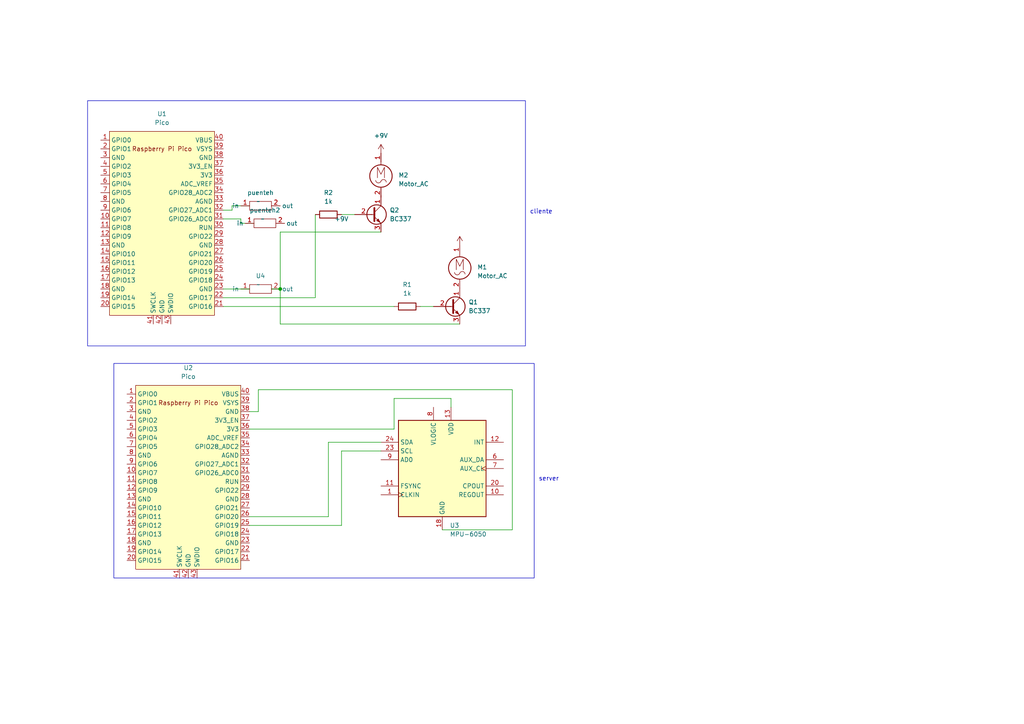
<source format=kicad_sch>
(kicad_sch (version 20230121) (generator eeschema)

  (uuid b9a0b644-a4bd-4be6-9e63-ff291ef92210)

  (paper "A4")

  (lib_symbols
    (symbol "Device:R" (pin_numbers hide) (pin_names (offset 0)) (in_bom yes) (on_board yes)
      (property "Reference" "R" (at 2.032 0 90)
        (effects (font (size 1.27 1.27)))
      )
      (property "Value" "R" (at 0 0 90)
        (effects (font (size 1.27 1.27)))
      )
      (property "Footprint" "" (at -1.778 0 90)
        (effects (font (size 1.27 1.27)) hide)
      )
      (property "Datasheet" "~" (at 0 0 0)
        (effects (font (size 1.27 1.27)) hide)
      )
      (property "ki_keywords" "R res resistor" (at 0 0 0)
        (effects (font (size 1.27 1.27)) hide)
      )
      (property "ki_description" "Resistor" (at 0 0 0)
        (effects (font (size 1.27 1.27)) hide)
      )
      (property "ki_fp_filters" "R_*" (at 0 0 0)
        (effects (font (size 1.27 1.27)) hide)
      )
      (symbol "R_0_1"
        (rectangle (start -1.016 -2.54) (end 1.016 2.54)
          (stroke (width 0.254) (type default))
          (fill (type none))
        )
      )
      (symbol "R_1_1"
        (pin passive line (at 0 3.81 270) (length 1.27)
          (name "~" (effects (font (size 1.27 1.27))))
          (number "1" (effects (font (size 1.27 1.27))))
        )
        (pin passive line (at 0 -3.81 90) (length 1.27)
          (name "~" (effects (font (size 1.27 1.27))))
          (number "2" (effects (font (size 1.27 1.27))))
        )
      )
    )
    (symbol "MCU_RaspberryPi_and_Boards:Pico" (in_bom yes) (on_board yes)
      (property "Reference" "U" (at -13.97 27.94 0)
        (effects (font (size 1.27 1.27)))
      )
      (property "Value" "Pico" (at 0 19.05 0)
        (effects (font (size 1.27 1.27)))
      )
      (property "Footprint" "RPi_Pico:RPi_Pico_SMD_TH" (at 0 0 90)
        (effects (font (size 1.27 1.27)) hide)
      )
      (property "Datasheet" "" (at 0 0 0)
        (effects (font (size 1.27 1.27)) hide)
      )
      (symbol "Pico_0_0"
        (text "Raspberry Pi Pico" (at 0 21.59 0)
          (effects (font (size 1.27 1.27)))
        )
      )
      (symbol "Pico_0_1"
        (rectangle (start -15.24 26.67) (end 15.24 -26.67)
          (stroke (width 0) (type default))
          (fill (type background))
        )
      )
      (symbol "Pico_1_1"
        (pin bidirectional line (at -17.78 24.13 0) (length 2.54)
          (name "GPIO0" (effects (font (size 1.27 1.27))))
          (number "1" (effects (font (size 1.27 1.27))))
        )
        (pin bidirectional line (at -17.78 1.27 0) (length 2.54)
          (name "GPIO7" (effects (font (size 1.27 1.27))))
          (number "10" (effects (font (size 1.27 1.27))))
        )
        (pin bidirectional line (at -17.78 -1.27 0) (length 2.54)
          (name "GPIO8" (effects (font (size 1.27 1.27))))
          (number "11" (effects (font (size 1.27 1.27))))
        )
        (pin bidirectional line (at -17.78 -3.81 0) (length 2.54)
          (name "GPIO9" (effects (font (size 1.27 1.27))))
          (number "12" (effects (font (size 1.27 1.27))))
        )
        (pin power_in line (at -17.78 -6.35 0) (length 2.54)
          (name "GND" (effects (font (size 1.27 1.27))))
          (number "13" (effects (font (size 1.27 1.27))))
        )
        (pin bidirectional line (at -17.78 -8.89 0) (length 2.54)
          (name "GPIO10" (effects (font (size 1.27 1.27))))
          (number "14" (effects (font (size 1.27 1.27))))
        )
        (pin bidirectional line (at -17.78 -11.43 0) (length 2.54)
          (name "GPIO11" (effects (font (size 1.27 1.27))))
          (number "15" (effects (font (size 1.27 1.27))))
        )
        (pin bidirectional line (at -17.78 -13.97 0) (length 2.54)
          (name "GPIO12" (effects (font (size 1.27 1.27))))
          (number "16" (effects (font (size 1.27 1.27))))
        )
        (pin bidirectional line (at -17.78 -16.51 0) (length 2.54)
          (name "GPIO13" (effects (font (size 1.27 1.27))))
          (number "17" (effects (font (size 1.27 1.27))))
        )
        (pin power_in line (at -17.78 -19.05 0) (length 2.54)
          (name "GND" (effects (font (size 1.27 1.27))))
          (number "18" (effects (font (size 1.27 1.27))))
        )
        (pin bidirectional line (at -17.78 -21.59 0) (length 2.54)
          (name "GPIO14" (effects (font (size 1.27 1.27))))
          (number "19" (effects (font (size 1.27 1.27))))
        )
        (pin bidirectional line (at -17.78 21.59 0) (length 2.54)
          (name "GPIO1" (effects (font (size 1.27 1.27))))
          (number "2" (effects (font (size 1.27 1.27))))
        )
        (pin bidirectional line (at -17.78 -24.13 0) (length 2.54)
          (name "GPIO15" (effects (font (size 1.27 1.27))))
          (number "20" (effects (font (size 1.27 1.27))))
        )
        (pin bidirectional line (at 17.78 -24.13 180) (length 2.54)
          (name "GPIO16" (effects (font (size 1.27 1.27))))
          (number "21" (effects (font (size 1.27 1.27))))
        )
        (pin bidirectional line (at 17.78 -21.59 180) (length 2.54)
          (name "GPIO17" (effects (font (size 1.27 1.27))))
          (number "22" (effects (font (size 1.27 1.27))))
        )
        (pin power_in line (at 17.78 -19.05 180) (length 2.54)
          (name "GND" (effects (font (size 1.27 1.27))))
          (number "23" (effects (font (size 1.27 1.27))))
        )
        (pin bidirectional line (at 17.78 -16.51 180) (length 2.54)
          (name "GPIO18" (effects (font (size 1.27 1.27))))
          (number "24" (effects (font (size 1.27 1.27))))
        )
        (pin bidirectional line (at 17.78 -13.97 180) (length 2.54)
          (name "GPIO19" (effects (font (size 1.27 1.27))))
          (number "25" (effects (font (size 1.27 1.27))))
        )
        (pin bidirectional line (at 17.78 -11.43 180) (length 2.54)
          (name "GPIO20" (effects (font (size 1.27 1.27))))
          (number "26" (effects (font (size 1.27 1.27))))
        )
        (pin bidirectional line (at 17.78 -8.89 180) (length 2.54)
          (name "GPIO21" (effects (font (size 1.27 1.27))))
          (number "27" (effects (font (size 1.27 1.27))))
        )
        (pin power_in line (at 17.78 -6.35 180) (length 2.54)
          (name "GND" (effects (font (size 1.27 1.27))))
          (number "28" (effects (font (size 1.27 1.27))))
        )
        (pin bidirectional line (at 17.78 -3.81 180) (length 2.54)
          (name "GPIO22" (effects (font (size 1.27 1.27))))
          (number "29" (effects (font (size 1.27 1.27))))
        )
        (pin power_in line (at -17.78 19.05 0) (length 2.54)
          (name "GND" (effects (font (size 1.27 1.27))))
          (number "3" (effects (font (size 1.27 1.27))))
        )
        (pin input line (at 17.78 -1.27 180) (length 2.54)
          (name "RUN" (effects (font (size 1.27 1.27))))
          (number "30" (effects (font (size 1.27 1.27))))
        )
        (pin bidirectional line (at 17.78 1.27 180) (length 2.54)
          (name "GPIO26_ADC0" (effects (font (size 1.27 1.27))))
          (number "31" (effects (font (size 1.27 1.27))))
        )
        (pin bidirectional line (at 17.78 3.81 180) (length 2.54)
          (name "GPIO27_ADC1" (effects (font (size 1.27 1.27))))
          (number "32" (effects (font (size 1.27 1.27))))
        )
        (pin power_in line (at 17.78 6.35 180) (length 2.54)
          (name "AGND" (effects (font (size 1.27 1.27))))
          (number "33" (effects (font (size 1.27 1.27))))
        )
        (pin bidirectional line (at 17.78 8.89 180) (length 2.54)
          (name "GPIO28_ADC2" (effects (font (size 1.27 1.27))))
          (number "34" (effects (font (size 1.27 1.27))))
        )
        (pin power_in line (at 17.78 11.43 180) (length 2.54)
          (name "ADC_VREF" (effects (font (size 1.27 1.27))))
          (number "35" (effects (font (size 1.27 1.27))))
        )
        (pin power_in line (at 17.78 13.97 180) (length 2.54)
          (name "3V3" (effects (font (size 1.27 1.27))))
          (number "36" (effects (font (size 1.27 1.27))))
        )
        (pin input line (at 17.78 16.51 180) (length 2.54)
          (name "3V3_EN" (effects (font (size 1.27 1.27))))
          (number "37" (effects (font (size 1.27 1.27))))
        )
        (pin bidirectional line (at 17.78 19.05 180) (length 2.54)
          (name "GND" (effects (font (size 1.27 1.27))))
          (number "38" (effects (font (size 1.27 1.27))))
        )
        (pin power_in line (at 17.78 21.59 180) (length 2.54)
          (name "VSYS" (effects (font (size 1.27 1.27))))
          (number "39" (effects (font (size 1.27 1.27))))
        )
        (pin bidirectional line (at -17.78 16.51 0) (length 2.54)
          (name "GPIO2" (effects (font (size 1.27 1.27))))
          (number "4" (effects (font (size 1.27 1.27))))
        )
        (pin power_in line (at 17.78 24.13 180) (length 2.54)
          (name "VBUS" (effects (font (size 1.27 1.27))))
          (number "40" (effects (font (size 1.27 1.27))))
        )
        (pin input line (at -2.54 -29.21 90) (length 2.54)
          (name "SWCLK" (effects (font (size 1.27 1.27))))
          (number "41" (effects (font (size 1.27 1.27))))
        )
        (pin power_in line (at 0 -29.21 90) (length 2.54)
          (name "GND" (effects (font (size 1.27 1.27))))
          (number "42" (effects (font (size 1.27 1.27))))
        )
        (pin bidirectional line (at 2.54 -29.21 90) (length 2.54)
          (name "SWDIO" (effects (font (size 1.27 1.27))))
          (number "43" (effects (font (size 1.27 1.27))))
        )
        (pin bidirectional line (at -17.78 13.97 0) (length 2.54)
          (name "GPIO3" (effects (font (size 1.27 1.27))))
          (number "5" (effects (font (size 1.27 1.27))))
        )
        (pin bidirectional line (at -17.78 11.43 0) (length 2.54)
          (name "GPIO4" (effects (font (size 1.27 1.27))))
          (number "6" (effects (font (size 1.27 1.27))))
        )
        (pin bidirectional line (at -17.78 8.89 0) (length 2.54)
          (name "GPIO5" (effects (font (size 1.27 1.27))))
          (number "7" (effects (font (size 1.27 1.27))))
        )
        (pin power_in line (at -17.78 6.35 0) (length 2.54)
          (name "GND" (effects (font (size 1.27 1.27))))
          (number "8" (effects (font (size 1.27 1.27))))
        )
        (pin bidirectional line (at -17.78 3.81 0) (length 2.54)
          (name "GPIO6" (effects (font (size 1.27 1.27))))
          (number "9" (effects (font (size 1.27 1.27))))
        )
      )
    )
    (symbol "Motor:Motor_AC" (pin_names (offset 0)) (in_bom yes) (on_board yes)
      (property "Reference" "M" (at 2.54 2.54 0)
        (effects (font (size 1.27 1.27)) (justify left))
      )
      (property "Value" "Motor_AC" (at 2.54 -5.08 0)
        (effects (font (size 1.27 1.27)) (justify left top))
      )
      (property "Footprint" "" (at 0 -2.286 0)
        (effects (font (size 1.27 1.27)) hide)
      )
      (property "Datasheet" "~" (at 0 -2.286 0)
        (effects (font (size 1.27 1.27)) hide)
      )
      (property "ki_keywords" "AC Motor" (at 0 0 0)
        (effects (font (size 1.27 1.27)) hide)
      )
      (property "ki_description" "AC Motor" (at 0 0 0)
        (effects (font (size 1.27 1.27)) hide)
      )
      (property "ki_fp_filters" "PinHeader*P2.54mm* TerminalBlock*" (at 0 0 0)
        (effects (font (size 1.27 1.27)) hide)
      )
      (symbol "Motor_AC_0_0"
        (arc (start -1.524 -2.794) (mid -0.8654 -3.5217) (end 0 -3.048)
          (stroke (width 0) (type default))
          (fill (type none))
        )
        (polyline
          (pts
            (xy -1.016 -2.032)
            (xy -1.016 1.016)
            (xy 0 -1.016)
            (xy 1.016 1.016)
            (xy 1.016 -2.032)
          )
          (stroke (width 0) (type default))
          (fill (type none))
        )
        (arc (start 1.524 -3.302) (mid 0.85 -2.5503) (end 0 -3.048)
          (stroke (width 0) (type default))
          (fill (type none))
        )
      )
      (symbol "Motor_AC_0_1"
        (circle (center 0 -1.524) (radius 3.2512)
          (stroke (width 0.254) (type default))
          (fill (type none))
        )
        (polyline
          (pts
            (xy 0 -7.62)
            (xy 0 -7.112)
          )
          (stroke (width 0) (type default))
          (fill (type none))
        )
        (polyline
          (pts
            (xy 0 -4.7752)
            (xy 0 -5.1816)
          )
          (stroke (width 0) (type default))
          (fill (type none))
        )
        (polyline
          (pts
            (xy 0 1.7272)
            (xy 0 2.0828)
          )
          (stroke (width 0) (type default))
          (fill (type none))
        )
        (polyline
          (pts
            (xy 0 2.032)
            (xy 0 2.54)
          )
          (stroke (width 0) (type default))
          (fill (type none))
        )
      )
      (symbol "Motor_AC_1_1"
        (pin passive line (at 0 5.08 270) (length 2.54)
          (name "~" (effects (font (size 1.27 1.27))))
          (number "1" (effects (font (size 1.27 1.27))))
        )
        (pin passive line (at 0 -7.62 90) (length 2.54)
          (name "~" (effects (font (size 1.27 1.27))))
          (number "2" (effects (font (size 1.27 1.27))))
        )
      )
    )
    (symbol "Sensor_Motion:MPU-6050" (in_bom yes) (on_board yes)
      (property "Reference" "U" (at -11.43 13.97 0)
        (effects (font (size 1.27 1.27)))
      )
      (property "Value" "MPU-6050" (at 7.62 -15.24 0)
        (effects (font (size 1.27 1.27)))
      )
      (property "Footprint" "Sensor_Motion:InvenSense_QFN-24_4x4mm_P0.5mm" (at 0 -20.32 0)
        (effects (font (size 1.27 1.27)) hide)
      )
      (property "Datasheet" "https://invensense.tdk.com/wp-content/uploads/2015/02/MPU-6000-Datasheet1.pdf" (at 0 -3.81 0)
        (effects (font (size 1.27 1.27)) hide)
      )
      (property "ki_keywords" "mems" (at 0 0 0)
        (effects (font (size 1.27 1.27)) hide)
      )
      (property "ki_description" "InvenSense 6-Axis Motion Sensor, Gyroscope, Accelerometer, I2C" (at 0 0 0)
        (effects (font (size 1.27 1.27)) hide)
      )
      (property "ki_fp_filters" "*QFN*4x4mm*P0.5mm*" (at 0 0 0)
        (effects (font (size 1.27 1.27)) hide)
      )
      (symbol "MPU-6050_0_0"
        (text "" (at 12.7 -2.54 0)
          (effects (font (size 1.27 1.27)))
        )
      )
      (symbol "MPU-6050_0_1"
        (rectangle (start -12.7 13.97) (end 12.7 -13.97)
          (stroke (width 0.254) (type default))
          (fill (type background))
        )
      )
      (symbol "MPU-6050_1_1"
        (pin input clock (at -17.78 -7.62 0) (length 5.08)
          (name "CLKIN" (effects (font (size 1.27 1.27))))
          (number "1" (effects (font (size 1.27 1.27))))
        )
        (pin passive line (at 17.78 -7.62 180) (length 5.08)
          (name "REGOUT" (effects (font (size 1.27 1.27))))
          (number "10" (effects (font (size 1.27 1.27))))
        )
        (pin input line (at -17.78 -5.08 0) (length 5.08)
          (name "FSYNC" (effects (font (size 1.27 1.27))))
          (number "11" (effects (font (size 1.27 1.27))))
        )
        (pin output line (at 17.78 7.62 180) (length 5.08)
          (name "INT" (effects (font (size 1.27 1.27))))
          (number "12" (effects (font (size 1.27 1.27))))
        )
        (pin power_in line (at 2.54 17.78 270) (length 3.81)
          (name "VDD" (effects (font (size 1.27 1.27))))
          (number "13" (effects (font (size 1.27 1.27))))
        )
        (pin no_connect line (at -12.7 -10.16 0) (length 2.54) hide
          (name "NC" (effects (font (size 1.27 1.27))))
          (number "14" (effects (font (size 1.27 1.27))))
        )
        (pin no_connect line (at 12.7 12.7 180) (length 2.54) hide
          (name "NC" (effects (font (size 1.27 1.27))))
          (number "15" (effects (font (size 1.27 1.27))))
        )
        (pin no_connect line (at 12.7 10.16 180) (length 2.54) hide
          (name "NC" (effects (font (size 1.27 1.27))))
          (number "16" (effects (font (size 1.27 1.27))))
        )
        (pin no_connect line (at 12.7 5.08 180) (length 2.54) hide
          (name "NC" (effects (font (size 1.27 1.27))))
          (number "17" (effects (font (size 1.27 1.27))))
        )
        (pin power_in line (at 0 -17.78 90) (length 3.81)
          (name "GND" (effects (font (size 1.27 1.27))))
          (number "18" (effects (font (size 1.27 1.27))))
        )
        (pin no_connect line (at 12.7 -10.16 180) (length 2.54) hide
          (name "RESV" (effects (font (size 1.27 1.27))))
          (number "19" (effects (font (size 1.27 1.27))))
        )
        (pin no_connect line (at -12.7 12.7 0) (length 2.54) hide
          (name "NC" (effects (font (size 1.27 1.27))))
          (number "2" (effects (font (size 1.27 1.27))))
        )
        (pin passive line (at 17.78 -5.08 180) (length 5.08)
          (name "CPOUT" (effects (font (size 1.27 1.27))))
          (number "20" (effects (font (size 1.27 1.27))))
        )
        (pin no_connect line (at 12.7 -2.54 180) (length 2.54) hide
          (name "RESV" (effects (font (size 1.27 1.27))))
          (number "21" (effects (font (size 1.27 1.27))))
        )
        (pin no_connect line (at 12.7 -12.7 180) (length 2.54) hide
          (name "RESV" (effects (font (size 1.27 1.27))))
          (number "22" (effects (font (size 1.27 1.27))))
        )
        (pin input line (at -17.78 5.08 0) (length 5.08)
          (name "SCL" (effects (font (size 1.27 1.27))))
          (number "23" (effects (font (size 1.27 1.27))))
        )
        (pin bidirectional line (at -17.78 7.62 0) (length 5.08)
          (name "SDA" (effects (font (size 1.27 1.27))))
          (number "24" (effects (font (size 1.27 1.27))))
        )
        (pin no_connect line (at -12.7 10.16 0) (length 2.54) hide
          (name "NC" (effects (font (size 1.27 1.27))))
          (number "3" (effects (font (size 1.27 1.27))))
        )
        (pin no_connect line (at -12.7 0 0) (length 2.54) hide
          (name "NC" (effects (font (size 1.27 1.27))))
          (number "4" (effects (font (size 1.27 1.27))))
        )
        (pin no_connect line (at -12.7 -2.54 0) (length 2.54) hide
          (name "NC" (effects (font (size 1.27 1.27))))
          (number "5" (effects (font (size 1.27 1.27))))
        )
        (pin bidirectional line (at 17.78 2.54 180) (length 5.08)
          (name "AUX_DA" (effects (font (size 1.27 1.27))))
          (number "6" (effects (font (size 1.27 1.27))))
        )
        (pin output clock (at 17.78 0 180) (length 5.08)
          (name "AUX_CL" (effects (font (size 1.27 1.27))))
          (number "7" (effects (font (size 1.27 1.27))))
        )
        (pin power_in line (at -2.54 17.78 270) (length 3.81)
          (name "VLOGIC" (effects (font (size 1.27 1.27))))
          (number "8" (effects (font (size 1.27 1.27))))
        )
        (pin input line (at -17.78 2.54 0) (length 5.08)
          (name "AD0" (effects (font (size 1.27 1.27))))
          (number "9" (effects (font (size 1.27 1.27))))
        )
      )
    )
    (symbol "Transistor_BJT:BC337" (pin_names (offset 0) hide) (in_bom yes) (on_board yes)
      (property "Reference" "Q" (at 5.08 1.905 0)
        (effects (font (size 1.27 1.27)) (justify left))
      )
      (property "Value" "BC337" (at 5.08 0 0)
        (effects (font (size 1.27 1.27)) (justify left))
      )
      (property "Footprint" "Package_TO_SOT_THT:TO-92_Inline" (at 5.08 -1.905 0)
        (effects (font (size 1.27 1.27) italic) (justify left) hide)
      )
      (property "Datasheet" "https://diotec.com/tl_files/diotec/files/pdf/datasheets/bc337.pdf" (at 0 0 0)
        (effects (font (size 1.27 1.27)) (justify left) hide)
      )
      (property "ki_keywords" "NPN Transistor" (at 0 0 0)
        (effects (font (size 1.27 1.27)) hide)
      )
      (property "ki_description" "0.8A Ic, 45V Vce, NPN Transistor, TO-92" (at 0 0 0)
        (effects (font (size 1.27 1.27)) hide)
      )
      (property "ki_fp_filters" "TO?92*" (at 0 0 0)
        (effects (font (size 1.27 1.27)) hide)
      )
      (symbol "BC337_0_1"
        (polyline
          (pts
            (xy 0 0)
            (xy 0.635 0)
          )
          (stroke (width 0) (type default))
          (fill (type none))
        )
        (polyline
          (pts
            (xy 0.635 0.635)
            (xy 2.54 2.54)
          )
          (stroke (width 0) (type default))
          (fill (type none))
        )
        (polyline
          (pts
            (xy 0.635 -0.635)
            (xy 2.54 -2.54)
            (xy 2.54 -2.54)
          )
          (stroke (width 0) (type default))
          (fill (type none))
        )
        (polyline
          (pts
            (xy 0.635 1.905)
            (xy 0.635 -1.905)
            (xy 0.635 -1.905)
          )
          (stroke (width 0.508) (type default))
          (fill (type none))
        )
        (polyline
          (pts
            (xy 1.27 -1.778)
            (xy 1.778 -1.27)
            (xy 2.286 -2.286)
            (xy 1.27 -1.778)
            (xy 1.27 -1.778)
          )
          (stroke (width 0) (type default))
          (fill (type outline))
        )
        (circle (center 1.27 0) (radius 2.8194)
          (stroke (width 0.254) (type default))
          (fill (type none))
        )
      )
      (symbol "BC337_1_1"
        (pin passive line (at 2.54 5.08 270) (length 2.54)
          (name "C" (effects (font (size 1.27 1.27))))
          (number "1" (effects (font (size 1.27 1.27))))
        )
        (pin input line (at -5.08 0 0) (length 5.08)
          (name "B" (effects (font (size 1.27 1.27))))
          (number "2" (effects (font (size 1.27 1.27))))
        )
        (pin passive line (at 2.54 -5.08 90) (length 2.54)
          (name "E" (effects (font (size 1.27 1.27))))
          (number "3" (effects (font (size 1.27 1.27))))
        )
      )
    )
    (symbol "perso:punto_de_conexion" (in_bom yes) (on_board yes)
      (property "Reference" "U" (at 0 2.54 0)
        (effects (font (size 1.27 1.27)))
      )
      (property "Value" "" (at 0 1.27 0)
        (effects (font (size 1.27 1.27)))
      )
      (property "Footprint" "" (at 0 1.27 0)
        (effects (font (size 1.27 1.27)) hide)
      )
      (property "Datasheet" "" (at 0 1.27 0)
        (effects (font (size 1.27 1.27)) hide)
      )
      (symbol "punto_de_conexion_0_1"
        (rectangle (start -2.54 1.27) (end 3.81 -1.27)
          (stroke (width 0) (type default))
          (fill (type none))
        )
      )
      (symbol "punto_de_conexion_1_1"
        (pin input line (at -2.54 0 180) (length 2.54)
          (name "in" (effects (font (size 1.27 1.27))))
          (number "1" (effects (font (size 1.27 1.27))))
        )
        (pin output line (at 3.81 0 0) (length 2.54)
          (name "out" (effects (font (size 1.27 1.27))))
          (number "2" (effects (font (size 1.27 1.27))))
        )
      )
    )
    (symbol "power:+9V" (power) (pin_names (offset 0)) (in_bom yes) (on_board yes)
      (property "Reference" "#PWR" (at 0 -3.81 0)
        (effects (font (size 1.27 1.27)) hide)
      )
      (property "Value" "+9V" (at 0 3.556 0)
        (effects (font (size 1.27 1.27)))
      )
      (property "Footprint" "" (at 0 0 0)
        (effects (font (size 1.27 1.27)) hide)
      )
      (property "Datasheet" "" (at 0 0 0)
        (effects (font (size 1.27 1.27)) hide)
      )
      (property "ki_keywords" "global power" (at 0 0 0)
        (effects (font (size 1.27 1.27)) hide)
      )
      (property "ki_description" "Power symbol creates a global label with name \"+9V\"" (at 0 0 0)
        (effects (font (size 1.27 1.27)) hide)
      )
      (symbol "+9V_0_1"
        (polyline
          (pts
            (xy -0.762 1.27)
            (xy 0 2.54)
          )
          (stroke (width 0) (type default))
          (fill (type none))
        )
        (polyline
          (pts
            (xy 0 0)
            (xy 0 2.54)
          )
          (stroke (width 0) (type default))
          (fill (type none))
        )
        (polyline
          (pts
            (xy 0 2.54)
            (xy 0.762 1.27)
          )
          (stroke (width 0) (type default))
          (fill (type none))
        )
      )
      (symbol "+9V_1_1"
        (pin power_in line (at 0 0 90) (length 0) hide
          (name "+9V" (effects (font (size 1.27 1.27))))
          (number "1" (effects (font (size 1.27 1.27))))
        )
      )
    )
  )

  (junction (at 81.28 83.82) (diameter 0) (color 0 0 0 0)
    (uuid 07c51d63-be0f-440a-bf78-c74f930a2e4c)
  )

  (wire (pts (xy 95.25 149.86) (xy 95.25 128.27))
    (stroke (width 0) (type default))
    (uuid 0c4332ec-afca-4a70-8653-c2c2f6bf20f7)
  )
  (wire (pts (xy 67.31 59.69) (xy 72.39 59.69))
    (stroke (width 0) (type default))
    (uuid 0c62d96c-9ad1-4d5f-8e6d-c719b1425f37)
  )
  (wire (pts (xy 69.85 63.5) (xy 69.85 64.77))
    (stroke (width 0) (type default))
    (uuid 106b75ef-3a27-480a-9bc7-ac5ec4f63d79)
  )
  (wire (pts (xy 64.77 88.9) (xy 114.3 88.9))
    (stroke (width 0) (type default))
    (uuid 1179e390-ed8c-4eec-985f-df6c20143b36)
  )
  (wire (pts (xy 128.27 153.67) (xy 148.59 153.67))
    (stroke (width 0) (type default))
    (uuid 1c794efe-0914-452d-ab2f-06c73236ea06)
  )
  (wire (pts (xy 81.28 83.82) (xy 78.74 83.82))
    (stroke (width 0) (type default))
    (uuid 226c5914-cbbe-4392-93a9-cd7afb35e241)
  )
  (wire (pts (xy 121.92 88.9) (xy 125.73 88.9))
    (stroke (width 0) (type default))
    (uuid 2fa48f08-0fbe-4029-a3db-19e31ff089f9)
  )
  (wire (pts (xy 64.77 63.5) (xy 69.85 63.5))
    (stroke (width 0) (type default))
    (uuid 2ff65f8e-df0e-42bb-a23d-9e45fcf68634)
  )
  (wire (pts (xy 64.77 60.96) (xy 67.31 60.96))
    (stroke (width 0) (type default))
    (uuid 410418fa-d06a-4587-a588-6fa5319f0105)
  )
  (wire (pts (xy 99.06 130.81) (xy 110.49 130.81))
    (stroke (width 0) (type default))
    (uuid 4109ab1c-8555-4457-9ee6-d4218fa152e5)
  )
  (wire (pts (xy 99.06 62.23) (xy 102.87 62.23))
    (stroke (width 0) (type default))
    (uuid 4a5f0a9b-555e-4b0c-88c2-aa75af089ad7)
  )
  (wire (pts (xy 64.77 83.82) (xy 72.39 83.82))
    (stroke (width 0) (type default))
    (uuid 5107c236-51f8-42fd-b078-992dcd9bffe7)
  )
  (wire (pts (xy 81.28 93.98) (xy 133.35 93.98))
    (stroke (width 0) (type default))
    (uuid 5770256b-ab8d-4c60-97cd-b690e314ae8e)
  )
  (wire (pts (xy 114.3 115.57) (xy 130.81 115.57))
    (stroke (width 0) (type default))
    (uuid 600f8969-ad03-4e47-8910-d58ce840f4c8)
  )
  (wire (pts (xy 99.06 152.4) (xy 99.06 130.81))
    (stroke (width 0) (type default))
    (uuid 60b6bd3d-929f-44d3-92f2-fdb6470f20c0)
  )
  (wire (pts (xy 148.59 113.03) (xy 74.93 113.03))
    (stroke (width 0) (type default))
    (uuid 72d868b8-e17a-4719-a4c1-041e830a0112)
  )
  (wire (pts (xy 91.44 86.36) (xy 64.77 86.36))
    (stroke (width 0) (type default))
    (uuid 7b94139d-4169-4639-8355-bbb85ea5acea)
  )
  (wire (pts (xy 69.85 64.77) (xy 73.66 64.77))
    (stroke (width 0) (type default))
    (uuid 8e5c7f87-e5ba-4e53-83e2-c908c5601452)
  )
  (wire (pts (xy 72.39 149.86) (xy 95.25 149.86))
    (stroke (width 0) (type default))
    (uuid 95a085a4-3262-4ad0-8aa6-e72da3755e36)
  )
  (wire (pts (xy 95.25 128.27) (xy 110.49 128.27))
    (stroke (width 0) (type default))
    (uuid 9dc62544-be42-4701-ac89-6b37996760e8)
  )
  (wire (pts (xy 81.28 67.31) (xy 81.28 83.82))
    (stroke (width 0) (type default))
    (uuid 9ec76545-06f8-46ce-91a3-5bb819a6d233)
  )
  (wire (pts (xy 67.31 60.96) (xy 67.31 59.69))
    (stroke (width 0) (type default))
    (uuid 9f70b322-dce0-41ce-b773-2505dbb4ebc8)
  )
  (wire (pts (xy 74.93 113.03) (xy 74.93 119.38))
    (stroke (width 0) (type default))
    (uuid a17329e6-23e1-4677-b765-7be8b35254e8)
  )
  (wire (pts (xy 91.44 62.23) (xy 91.44 86.36))
    (stroke (width 0) (type default))
    (uuid a2201259-4148-4646-bef0-c0d15d7d29ac)
  )
  (wire (pts (xy 110.49 67.31) (xy 81.28 67.31))
    (stroke (width 0) (type default))
    (uuid b65dbb5c-0dda-4ec2-9bbe-c81f6443da95)
  )
  (wire (pts (xy 114.3 124.46) (xy 114.3 115.57))
    (stroke (width 0) (type default))
    (uuid c5b151a0-5724-4a1e-b4d3-e8ed3f767ea3)
  )
  (wire (pts (xy 74.93 119.38) (xy 72.39 119.38))
    (stroke (width 0) (type default))
    (uuid ccd545b1-bdfc-4549-8166-5bd258f82873)
  )
  (wire (pts (xy 72.39 124.46) (xy 114.3 124.46))
    (stroke (width 0) (type default))
    (uuid d62dace0-c9b2-4f5c-a162-7cb2c765b429)
  )
  (wire (pts (xy 148.59 153.67) (xy 148.59 113.03))
    (stroke (width 0) (type default))
    (uuid e24b4552-b8c3-48fb-8ea8-d39e94ec813f)
  )
  (wire (pts (xy 81.28 83.82) (xy 81.28 93.98))
    (stroke (width 0) (type default))
    (uuid e69d226c-749e-4e67-972a-3cd6b5c9a3c3)
  )
  (wire (pts (xy 72.39 152.4) (xy 99.06 152.4))
    (stroke (width 0) (type default))
    (uuid f00777ac-03bd-4ba9-8be2-911ab1e3d47c)
  )
  (wire (pts (xy 130.81 115.57) (xy 130.81 118.11))
    (stroke (width 0) (type default))
    (uuid f0a754d3-0d94-4d6b-b96e-b94c10103406)
  )

  (text_box ""
    (at 33.02 105.41 0) (size 121.92 62.23)
    (stroke (width 0) (type default))
    (fill (type none))
    (effects (font (size 1.27 1.27)) (justify left top))
    (uuid cf63ab65-61b6-40c5-9dac-8a87f1f2c08c)
  )
  (text_box ""
    (at 25.4 29.21 0) (size 127 71.12)
    (stroke (width 0) (type default))
    (fill (type none))
    (effects (font (size 1.27 1.27)) (justify left top))
    (uuid dabb7c21-7be1-48c1-993f-abd70448b514)
  )

  (text "cliente\n" (at 153.67 62.23 0)
    (effects (font (size 1.27 1.27)) (justify left bottom))
    (uuid 55d4c89b-6686-491e-bb24-3a1ffb24656b)
  )
  (text "server\n" (at 156.21 139.7 0)
    (effects (font (size 1.27 1.27)) (justify left bottom))
    (uuid a8a52009-fc9f-4079-afac-4d6c3848376f)
  )

  (symbol (lib_id "Transistor_BJT:BC337") (at 107.95 62.23 0) (unit 1)
    (in_bom yes) (on_board yes) (dnp no) (fields_autoplaced)
    (uuid 125549cb-2999-4ade-b2ad-032df83f313c)
    (property "Reference" "Q2" (at 113.03 60.96 0)
      (effects (font (size 1.27 1.27)) (justify left))
    )
    (property "Value" "BC337" (at 113.03 63.5 0)
      (effects (font (size 1.27 1.27)) (justify left))
    )
    (property "Footprint" "Package_TO_SOT_THT:TO-92_Inline" (at 113.03 64.135 0)
      (effects (font (size 1.27 1.27) italic) (justify left) hide)
    )
    (property "Datasheet" "https://diotec.com/tl_files/diotec/files/pdf/datasheets/bc337.pdf" (at 107.95 62.23 0)
      (effects (font (size 1.27 1.27)) (justify left) hide)
    )
    (pin "2" (uuid 536a6c84-bf5c-4c36-adb0-7b9cc5529e89))
    (pin "3" (uuid ee3e7a5d-6f22-4e50-8271-ded597872be7))
    (pin "1" (uuid 4c53f2c6-a2b9-4470-817c-6280c59cb0eb))
    (instances
      (project "shangai"
        (path "/b9a0b644-a4bd-4be6-9e63-ff291ef92210"
          (reference "Q2") (unit 1)
        )
      )
    )
  )

  (symbol (lib_id "power:+9V") (at 133.35 71.12 0) (unit 1)
    (in_bom yes) (on_board yes) (dnp no)
    (uuid 135c42a6-b0ea-4873-ba50-8e8d4b876b04)
    (property "Reference" "#PWR01" (at 133.35 74.93 0)
      (effects (font (size 1.27 1.27)) hide)
    )
    (property "Value" "+9V" (at 99.06 63.5 0)
      (effects (font (size 1.27 1.27)))
    )
    (property "Footprint" "" (at 133.35 71.12 0)
      (effects (font (size 1.27 1.27)) hide)
    )
    (property "Datasheet" "" (at 133.35 71.12 0)
      (effects (font (size 1.27 1.27)) hide)
    )
    (pin "1" (uuid c9e63064-cd22-437c-982c-c61cbb13c6d8))
    (instances
      (project "shangai"
        (path "/b9a0b644-a4bd-4be6-9e63-ff291ef92210"
          (reference "#PWR01") (unit 1)
        )
      )
    )
  )

  (symbol (lib_id "Device:R") (at 95.25 62.23 270) (unit 1)
    (in_bom yes) (on_board yes) (dnp no) (fields_autoplaced)
    (uuid 175c4ebd-70a0-4225-8af4-0396a28e546a)
    (property "Reference" "R2" (at 95.25 55.88 90)
      (effects (font (size 1.27 1.27)))
    )
    (property "Value" "1k" (at 95.25 58.42 90)
      (effects (font (size 1.27 1.27)))
    )
    (property "Footprint" "Resistor_SMD:R_0805_2012Metric_Pad1.20x1.40mm_HandSolder" (at 95.25 60.452 90)
      (effects (font (size 1.27 1.27)) hide)
    )
    (property "Datasheet" "~" (at 95.25 62.23 0)
      (effects (font (size 1.27 1.27)) hide)
    )
    (pin "1" (uuid 06064f0a-f3c4-4552-a8c4-cc5182555dc9))
    (pin "2" (uuid 52dbd8b2-dd21-4e7a-bb0a-ca957736d199))
    (instances
      (project "shangai"
        (path "/b9a0b644-a4bd-4be6-9e63-ff291ef92210"
          (reference "R2") (unit 1)
        )
      )
    )
  )

  (symbol (lib_id "MCU_RaspberryPi_and_Boards:Pico") (at 54.61 138.43 0) (unit 1)
    (in_bom yes) (on_board yes) (dnp no) (fields_autoplaced)
    (uuid 3fe556aa-21c8-43d8-a7bd-8af41cffcb69)
    (property "Reference" "U2" (at 54.61 106.68 0)
      (effects (font (size 1.27 1.27)))
    )
    (property "Value" "Pico" (at 54.61 109.22 0)
      (effects (font (size 1.27 1.27)))
    )
    (property "Footprint" "MCU_RaspberryPi_and_Boards:RPi_Pico_SMD_TH" (at 54.61 138.43 90)
      (effects (font (size 1.27 1.27)) hide)
    )
    (property "Datasheet" "" (at 54.61 138.43 0)
      (effects (font (size 1.27 1.27)) hide)
    )
    (pin "30" (uuid d01b7c4e-6d9a-44fc-a167-0cde3b5b1fcd))
    (pin "6" (uuid cee567b9-5ebc-4557-a44d-9d0b5e6c8eb4))
    (pin "3" (uuid 3e71ca38-56b8-487b-85ee-a6b54a379c75))
    (pin "41" (uuid 251ad61e-d7cf-45fa-b17d-7abac1fc2031))
    (pin "8" (uuid a2d7fdfe-9e4d-4a97-8266-09e32141c7a1))
    (pin "31" (uuid 308df112-0014-4586-87d8-5324eec0ba88))
    (pin "7" (uuid eac04bb7-d2bd-4ea0-a3cf-2a3a96a5fe1a))
    (pin "5" (uuid 086c0eb4-287e-436b-b760-4eed4d02804f))
    (pin "35" (uuid 25942273-b2f0-47ac-927f-b9a057338474))
    (pin "37" (uuid c2124a22-bbe0-4ee4-a63e-cd8d73a1d98d))
    (pin "38" (uuid ebbf998f-1442-4a1c-aa7f-65842375f2a6))
    (pin "28" (uuid 60b08c36-ed95-453a-9c8e-563a7413a290))
    (pin "29" (uuid 20cd921a-8128-4d34-8d9d-1680ab00d8ee))
    (pin "4" (uuid 6788247b-bafe-4e81-be5d-909a7a11eaba))
    (pin "33" (uuid f60bc84c-495a-45a3-acee-bfabf67b8bea))
    (pin "34" (uuid 493af6c4-daa6-44f2-b6b8-3da5fb85fd0c))
    (pin "9" (uuid e6914bc2-edb4-4212-a2ea-3f857ad28971))
    (pin "39" (uuid e2e405ad-0ba4-4156-a476-35f24e499685))
    (pin "43" (uuid 05e78a33-94b2-4197-8eac-60c53c5a60c5))
    (pin "36" (uuid fa4f41c3-f1a6-45a9-9cdd-be1e6e41a69d))
    (pin "32" (uuid 7f1d66f1-3eae-4ee3-adba-b80f976236bc))
    (pin "42" (uuid 90f75659-e3fb-42d6-a3a8-3b62fa4427fb))
    (pin "40" (uuid 356d67cd-30ed-4d7f-b04d-53d192acfe5c))
    (pin "14" (uuid 80166621-ba29-46ee-ad08-80514932b52f))
    (pin "24" (uuid 9dc17a80-2dd3-4238-9ef4-ff6ab0b7f707))
    (pin "13" (uuid 06cc8727-39dc-4916-90d9-2586b4313510))
    (pin "2" (uuid 95fce0e9-9c74-42ba-b061-4889c61641fa))
    (pin "26" (uuid 50cb8084-e3ea-466e-9327-fc2809ae07c8))
    (pin "27" (uuid 4400befd-3e36-4044-a3ed-910cd26652e7))
    (pin "12" (uuid a4cced43-51ec-48a5-a181-242d7c245ac3))
    (pin "1" (uuid 78feb4af-bed2-4b65-b5f2-f32e1c0bccae))
    (pin "16" (uuid 2099ae88-c03f-4f9b-9b29-715959517fd2))
    (pin "17" (uuid 45eb3783-f6b7-4b7a-87bd-5189c0f150f5))
    (pin "19" (uuid 13fa1fd1-10bc-4fbd-8ba7-e686b6665caa))
    (pin "20" (uuid dcd3c0f8-baf0-4de1-81bd-28e2c53defc5))
    (pin "18" (uuid 95315b13-b54d-4dc7-bcef-11795e75da66))
    (pin "21" (uuid e472cab6-8426-4d06-ad7c-11d10d161c24))
    (pin "22" (uuid bc4e9d1a-2f04-49cb-9488-bed32b6fd786))
    (pin "23" (uuid ff4d6a8b-c4cf-47db-9778-a4eb95226c0d))
    (pin "25" (uuid 055e97d9-fd1f-48ab-ae8f-e5b74a8bca2b))
    (pin "11" (uuid 6ed56918-d1e7-4812-85af-88390dcc2214))
    (pin "15" (uuid 984f6400-0ec2-4194-8fd1-be929de6c4f5))
    (pin "10" (uuid aa787697-6dc8-4a43-9400-5ded4c5a067a))
    (instances
      (project "shangai"
        (path "/b9a0b644-a4bd-4be6-9e63-ff291ef92210"
          (reference "U2") (unit 1)
        )
      )
    )
  )

  (symbol (lib_id "perso:punto_de_conexion") (at 76.2 64.77 0) (unit 1)
    (in_bom yes) (on_board yes) (dnp no) (fields_autoplaced)
    (uuid 536a0b55-4aa0-4630-8333-3aebbbba4756)
    (property "Reference" "puenteh2" (at 76.835 60.96 0)
      (effects (font (size 1.27 1.27)))
    )
    (property "Value" "~" (at 76.2 63.5 0)
      (effects (font (size 1.27 1.27)))
    )
    (property "Footprint" "personalizado:punto para conectar" (at 76.2 63.5 0)
      (effects (font (size 1.27 1.27)) hide)
    )
    (property "Datasheet" "" (at 76.2 63.5 0)
      (effects (font (size 1.27 1.27)) hide)
    )
    (pin "2" (uuid e6476c20-c1cb-45f6-a717-edbb57c08df7))
    (pin "1" (uuid 0fe6ea8d-8b68-49c8-a858-6c4aea4f4693))
    (instances
      (project "shangai"
        (path "/b9a0b644-a4bd-4be6-9e63-ff291ef92210"
          (reference "puenteh2") (unit 1)
        )
      )
    )
  )

  (symbol (lib_id "Motor:Motor_AC") (at 133.35 76.2 0) (unit 1)
    (in_bom yes) (on_board yes) (dnp no) (fields_autoplaced)
    (uuid 6a61d8c1-d8d6-4da1-8f73-8a8a93b9dd55)
    (property "Reference" "M1" (at 138.43 77.47 0)
      (effects (font (size 1.27 1.27)) (justify left))
    )
    (property "Value" "Motor_AC" (at 138.43 80.01 0)
      (effects (font (size 1.27 1.27)) (justify left))
    )
    (property "Footprint" "personalizado:paso a paso" (at 133.35 78.486 0)
      (effects (font (size 1.27 1.27)) hide)
    )
    (property "Datasheet" "~" (at 133.35 78.486 0)
      (effects (font (size 1.27 1.27)) hide)
    )
    (pin "1" (uuid c67889b0-e9b4-4470-b880-c888ddc9d0e7))
    (pin "2" (uuid 72a2a0b4-d337-43bd-a31a-43a2067008a4))
    (instances
      (project "shangai"
        (path "/b9a0b644-a4bd-4be6-9e63-ff291ef92210"
          (reference "M1") (unit 1)
        )
      )
    )
  )

  (symbol (lib_id "perso:punto_de_conexion") (at 74.93 83.82 0) (unit 1)
    (in_bom yes) (on_board yes) (dnp no) (fields_autoplaced)
    (uuid 77684eb9-c8d5-4e11-8b71-cf3b9429b76e)
    (property "Reference" "U4" (at 75.565 80.01 0)
      (effects (font (size 1.27 1.27)))
    )
    (property "Value" "~" (at 74.93 82.55 0)
      (effects (font (size 1.27 1.27)))
    )
    (property "Footprint" "personalizado:punto para conectar" (at 74.93 82.55 0)
      (effects (font (size 1.27 1.27)) hide)
    )
    (property "Datasheet" "" (at 74.93 82.55 0)
      (effects (font (size 1.27 1.27)) hide)
    )
    (pin "2" (uuid a388ed13-76c1-4c48-8089-07b7f9edbefa))
    (pin "1" (uuid d804b779-d364-4968-b611-52d5d069720b))
    (instances
      (project "shangai"
        (path "/b9a0b644-a4bd-4be6-9e63-ff291ef92210"
          (reference "U4") (unit 1)
        )
      )
    )
  )

  (symbol (lib_id "Motor:Motor_AC") (at 110.49 49.53 0) (unit 1)
    (in_bom yes) (on_board yes) (dnp no) (fields_autoplaced)
    (uuid 7d631519-4733-4991-a2e9-0f090e5aee96)
    (property "Reference" "M2" (at 115.57 50.8 0)
      (effects (font (size 1.27 1.27)) (justify left))
    )
    (property "Value" "Motor_AC" (at 115.57 53.34 0)
      (effects (font (size 1.27 1.27)) (justify left))
    )
    (property "Footprint" "personalizado:paso a paso" (at 110.49 51.816 0)
      (effects (font (size 1.27 1.27)) hide)
    )
    (property "Datasheet" "~" (at 110.49 51.816 0)
      (effects (font (size 1.27 1.27)) hide)
    )
    (pin "1" (uuid 27bda92c-18e8-4532-ba4a-1333d55f2c1f))
    (pin "2" (uuid aee2f8a8-0ee8-494c-aabb-da063d9cd6bb))
    (instances
      (project "shangai"
        (path "/b9a0b644-a4bd-4be6-9e63-ff291ef92210"
          (reference "M2") (unit 1)
        )
      )
    )
  )

  (symbol (lib_id "MCU_RaspberryPi_and_Boards:Pico") (at 46.99 64.77 0) (unit 1)
    (in_bom yes) (on_board yes) (dnp no) (fields_autoplaced)
    (uuid 7dea51ef-6330-4020-abf8-9a5b17fccf65)
    (property "Reference" "U1" (at 46.99 33.02 0)
      (effects (font (size 1.27 1.27)))
    )
    (property "Value" "Pico" (at 46.99 35.56 0)
      (effects (font (size 1.27 1.27)))
    )
    (property "Footprint" "MCU_RaspberryPi_and_Boards:RPi_Pico_SMD_TH" (at 46.99 64.77 90)
      (effects (font (size 1.27 1.27)) hide)
    )
    (property "Datasheet" "" (at 46.99 64.77 0)
      (effects (font (size 1.27 1.27)) hide)
    )
    (pin "30" (uuid 772ca20c-f0fa-4dfd-9675-9408bbde8c2b))
    (pin "6" (uuid 26cb7139-b799-430f-96cf-6822f955db47))
    (pin "3" (uuid 9a05fc7c-8187-43f0-aa6c-0b7db44673f0))
    (pin "41" (uuid 6ab17da5-fb7a-410a-8b69-e43cda281123))
    (pin "8" (uuid e8fe2551-29ce-4e0b-a780-47f09ae58a78))
    (pin "31" (uuid b15ead60-2194-4d5f-9925-2deea46c2bf8))
    (pin "7" (uuid 35c5a42f-dbe6-45b0-b4b9-ff1edb6507eb))
    (pin "5" (uuid 1694e7cc-f868-4778-b591-ff42a2e3c479))
    (pin "35" (uuid af5e63bc-2595-48e2-9b57-88ea582a70e7))
    (pin "37" (uuid ff809a5b-12c5-4c89-abf6-af5f3e27aba8))
    (pin "38" (uuid 76cd3305-24ad-45b4-8b91-2c53fc0b22b9))
    (pin "28" (uuid 55247643-6831-4163-86e8-dea6fcd1c3b9))
    (pin "29" (uuid d39b2ac4-efd1-4219-a7f1-fd33778c84d9))
    (pin "4" (uuid 5f523faf-5f4b-4de8-834f-2590d70f61bc))
    (pin "33" (uuid 9206b259-70bd-4bf2-9635-2ab262375c8a))
    (pin "34" (uuid f86f2938-09ca-403c-8482-6df762bb4bdb))
    (pin "9" (uuid 882266fb-0585-476a-b5ef-3b172349bdd4))
    (pin "39" (uuid 870d8f2d-8e87-46c4-b7d2-73130886d133))
    (pin "43" (uuid c96cdc0f-bf96-436a-aa1e-0b07a0bc17b5))
    (pin "36" (uuid b936c10c-28a9-47c9-ab4e-d357afd11c91))
    (pin "32" (uuid 654d799d-a480-4b7f-a553-e39d69ff637b))
    (pin "42" (uuid e8e44a6a-d3a4-48ea-aca1-564727f0a957))
    (pin "40" (uuid 9b82d815-cc66-494d-a640-b6f218eca253))
    (pin "14" (uuid 4127275b-2af2-44cf-be6f-7ab56672afe0))
    (pin "24" (uuid 51c56256-aa7c-4db0-a6b1-c47d4eab51ef))
    (pin "13" (uuid 594d9e82-4212-4a52-8bed-6ec225b88556))
    (pin "2" (uuid c387d1b4-38a7-41be-9da9-f704492d0be4))
    (pin "26" (uuid 6c54460a-2937-47f5-aba4-be080af2a5cf))
    (pin "27" (uuid c5c4cab1-9e81-4c6f-9151-fd4586456766))
    (pin "12" (uuid eaf6bced-51b1-4583-a2b1-044fd179ff7a))
    (pin "1" (uuid eef820fb-c793-4419-9224-eac0017a5acd))
    (pin "16" (uuid 4f9898a8-9146-44ce-94b9-30c87a6f4b8d))
    (pin "17" (uuid 5736b275-6bae-43cc-a720-60afabe4fbb6))
    (pin "19" (uuid 506ffe3f-7f34-4c9a-9086-5e955cd1af07))
    (pin "20" (uuid 46c38149-3776-4a77-af8b-11585c15b143))
    (pin "18" (uuid 922081ac-656c-484d-ba45-0a7d6fb381dc))
    (pin "21" (uuid e97b3170-6a58-418f-840a-21c6352b2912))
    (pin "22" (uuid 047d4ff4-3d37-4494-bcb1-7fa777951158))
    (pin "23" (uuid c147c86e-1e7e-4137-8cef-6edc5f9b7d2d))
    (pin "25" (uuid 6a7b4ac4-ee9a-459a-8799-9306e777efca))
    (pin "11" (uuid 7ba8e176-f9ce-463d-a667-9d5daaf0c0cd))
    (pin "15" (uuid 8c091f64-3762-4091-b08e-3de043328783))
    (pin "10" (uuid 8d087d78-f504-4588-acfd-9e85160a4fbf))
    (instances
      (project "shangai"
        (path "/b9a0b644-a4bd-4be6-9e63-ff291ef92210"
          (reference "U1") (unit 1)
        )
      )
    )
  )

  (symbol (lib_id "Sensor_Motion:MPU-6050") (at 128.27 135.89 0) (unit 1)
    (in_bom yes) (on_board yes) (dnp no) (fields_autoplaced)
    (uuid a4acf235-406a-4faf-9ee5-714cf25827a4)
    (property "Reference" "U3" (at 130.4641 152.4 0)
      (effects (font (size 1.27 1.27)) (justify left))
    )
    (property "Value" "MPU-6050" (at 130.4641 154.94 0)
      (effects (font (size 1.27 1.27)) (justify left))
    )
    (property "Footprint" "Sensor_Motion:InvenSense_QFN-24_4x4mm_P0.5mm" (at 128.27 156.21 0)
      (effects (font (size 1.27 1.27)) hide)
    )
    (property "Datasheet" "https://invensense.tdk.com/wp-content/uploads/2015/02/MPU-6000-Datasheet1.pdf" (at 128.27 139.7 0)
      (effects (font (size 1.27 1.27)) hide)
    )
    (pin "12" (uuid 53812ebc-55f7-4ba4-b321-22aaa5e52daa))
    (pin "10" (uuid 6f8c047b-bbf6-4437-ac3f-138ed275c69b))
    (pin "19" (uuid e952e6de-9377-4113-be75-e89930ae03d5))
    (pin "3" (uuid 5e8bb69c-8d08-4079-b957-ff83726b3772))
    (pin "4" (uuid f5e1df92-e8ff-49fe-923a-e71c6613f252))
    (pin "20" (uuid 037dcbdc-f9df-4ab5-b541-7d9d145216e5))
    (pin "9" (uuid 09096455-a4c3-46b0-9b25-fbcf1eda11bf))
    (pin "24" (uuid 0413be14-40c6-4dd6-a047-25e60f38f1a6))
    (pin "17" (uuid d3382600-80e3-49ef-a15b-c76327c2d814))
    (pin "15" (uuid afff19f2-5f0c-4d6b-8b9d-00b7d604183e))
    (pin "14" (uuid 5959699d-6269-4017-937c-43cb93c3ba55))
    (pin "23" (uuid 7c19c19c-d762-4f48-9bdb-9bb266fe6ff8))
    (pin "8" (uuid 6301e51e-4cb3-4260-b513-7e10e6dbcfcd))
    (pin "13" (uuid 9cb24a1b-951b-4d27-9755-6f282a9fad0f))
    (pin "11" (uuid 4d23bc0c-c5f9-4bff-ba73-1a4ac639fec2))
    (pin "1" (uuid 5d791de8-ddb9-407a-9a62-dc0ac1a8bd6b))
    (pin "21" (uuid 449e85e6-d5f4-456c-9b69-28630ed295e6))
    (pin "22" (uuid 2ffd2176-c70f-4d22-a731-7484072f2522))
    (pin "7" (uuid 6300fcdd-3980-4584-bc9a-8568142bad53))
    (pin "5" (uuid 23f6d012-e2ba-441a-9d35-94964fb79c5b))
    (pin "16" (uuid 6975fad0-88f3-4e0f-8675-add810a58b49))
    (pin "18" (uuid d317eb0e-a03c-48d7-91a7-9890788fba94))
    (pin "6" (uuid f2e2a7e6-c351-4da4-b19f-5887f569cbc8))
    (pin "2" (uuid 006dae2b-a18e-473d-9448-b2f6e423e9a5))
    (instances
      (project "shangai"
        (path "/b9a0b644-a4bd-4be6-9e63-ff291ef92210"
          (reference "U3") (unit 1)
        )
      )
    )
  )

  (symbol (lib_id "perso:punto_de_conexion") (at 74.93 59.69 0) (unit 1)
    (in_bom yes) (on_board yes) (dnp no) (fields_autoplaced)
    (uuid a9ef9a8c-639a-4470-95ae-2cdb26cf0906)
    (property "Reference" "puenteh" (at 75.565 55.88 0)
      (effects (font (size 1.27 1.27)))
    )
    (property "Value" "~" (at 74.93 58.42 0)
      (effects (font (size 1.27 1.27)))
    )
    (property "Footprint" "personalizado:punto para conectar" (at 74.93 58.42 0)
      (effects (font (size 1.27 1.27)) hide)
    )
    (property "Datasheet" "" (at 74.93 58.42 0)
      (effects (font (size 1.27 1.27)) hide)
    )
    (pin "1" (uuid 42f65867-e3a7-47cd-a242-e97edc9e5e61))
    (pin "2" (uuid 7dd4eb24-928e-4a7b-b5ea-5c950d543cbd))
    (instances
      (project "shangai"
        (path "/b9a0b644-a4bd-4be6-9e63-ff291ef92210"
          (reference "puenteh") (unit 1)
        )
      )
    )
  )

  (symbol (lib_id "Device:R") (at 118.11 88.9 270) (unit 1)
    (in_bom yes) (on_board yes) (dnp no) (fields_autoplaced)
    (uuid b08e1e52-ff16-45c0-8c25-b066ae646300)
    (property "Reference" "R1" (at 118.11 82.55 90)
      (effects (font (size 1.27 1.27)))
    )
    (property "Value" "1k" (at 118.11 85.09 90)
      (effects (font (size 1.27 1.27)))
    )
    (property "Footprint" "Resistor_SMD:R_0805_2012Metric_Pad1.20x1.40mm_HandSolder" (at 118.11 87.122 90)
      (effects (font (size 1.27 1.27)) hide)
    )
    (property "Datasheet" "~" (at 118.11 88.9 0)
      (effects (font (size 1.27 1.27)) hide)
    )
    (pin "1" (uuid 23d3e759-b8fe-4e22-b801-fbbbca9dfb55))
    (pin "2" (uuid 50fd0e84-0a66-4d7f-b072-6374e2b6944c))
    (instances
      (project "shangai"
        (path "/b9a0b644-a4bd-4be6-9e63-ff291ef92210"
          (reference "R1") (unit 1)
        )
      )
    )
  )

  (symbol (lib_id "Transistor_BJT:BC337") (at 130.81 88.9 0) (unit 1)
    (in_bom yes) (on_board yes) (dnp no) (fields_autoplaced)
    (uuid c5be3c76-68a8-4971-a911-b4ceaaa5c180)
    (property "Reference" "Q1" (at 135.89 87.63 0)
      (effects (font (size 1.27 1.27)) (justify left))
    )
    (property "Value" "BC337" (at 135.89 90.17 0)
      (effects (font (size 1.27 1.27)) (justify left))
    )
    (property "Footprint" "Package_TO_SOT_THT:TO-92_Inline" (at 135.89 90.805 0)
      (effects (font (size 1.27 1.27) italic) (justify left) hide)
    )
    (property "Datasheet" "https://diotec.com/tl_files/diotec/files/pdf/datasheets/bc337.pdf" (at 130.81 88.9 0)
      (effects (font (size 1.27 1.27)) (justify left) hide)
    )
    (pin "2" (uuid 08f68ca3-f63c-4695-996b-07f2119eb9f4))
    (pin "3" (uuid 23fc3f5e-117a-410a-b928-d4a5e971616f))
    (pin "1" (uuid 6dde9417-4c61-4065-8cf5-df80bf8328b4))
    (instances
      (project "shangai"
        (path "/b9a0b644-a4bd-4be6-9e63-ff291ef92210"
          (reference "Q1") (unit 1)
        )
      )
    )
  )

  (symbol (lib_id "power:+9V") (at 110.49 44.45 0) (unit 1)
    (in_bom yes) (on_board yes) (dnp no) (fields_autoplaced)
    (uuid cc2c2698-2592-4cf9-a260-383985d815ab)
    (property "Reference" "#PWR02" (at 110.49 48.26 0)
      (effects (font (size 1.27 1.27)) hide)
    )
    (property "Value" "+9V" (at 110.49 39.37 0)
      (effects (font (size 1.27 1.27)))
    )
    (property "Footprint" "" (at 110.49 44.45 0)
      (effects (font (size 1.27 1.27)) hide)
    )
    (property "Datasheet" "" (at 110.49 44.45 0)
      (effects (font (size 1.27 1.27)) hide)
    )
    (pin "1" (uuid 813d0847-05a1-41e5-ba30-3c8a2f237878))
    (instances
      (project "shangai"
        (path "/b9a0b644-a4bd-4be6-9e63-ff291ef92210"
          (reference "#PWR02") (unit 1)
        )
      )
    )
  )

  (sheet_instances
    (path "/" (page "1"))
  )
)

</source>
